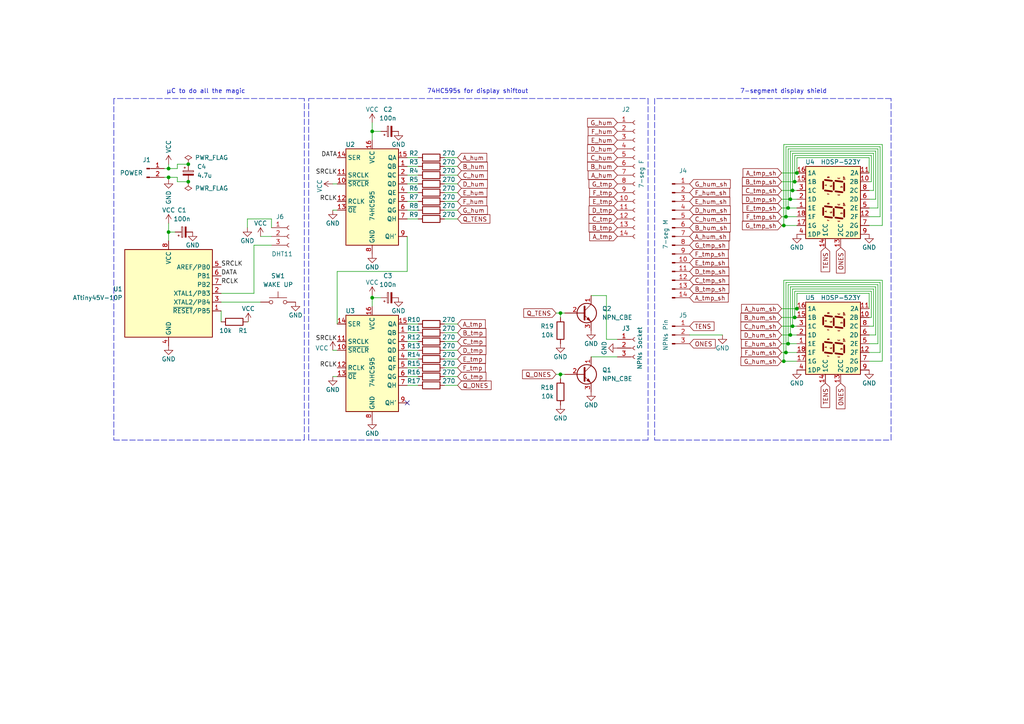
<source format=kicad_sch>
(kicad_sch (version 20211123) (generator eeschema)
  (paper "A4")
  (lib_symbols
    (symbol "74xx:74HC595"
      (property "Reference" "U" (at -7.62 13.97 0))
      (property "Value" "74HC595" (at -7.62 -16.51 0))
      (symbol "74HC595_1_0"
        (pin tri_state line (at 10.16 7.62 180) (length 2.54) (name "QB") (number "1"))
        (pin input line (at -10.16 2.54 0) (length 2.54) (name "~{SRCLR}") (number "10"))
        (pin input line (at -10.16 5.08 0) (length 2.54) (name "SRCLK") (number "11"))
        (pin input line (at -10.16 -2.54 0) (length 2.54) (name "RCLK") (number "12"))
        (pin input line (at -10.16 -5.08 0) (length 2.54) (name "~{OE}") (number "13"))
        (pin input line (at -10.16 10.16 0) (length 2.54) (name "SER") (number "14"))
        (pin tri_state line (at 10.16 10.16 180) (length 2.54) (name "QA") (number "15"))
        (pin power_in line (at 0 15.24 270) (length 2.54) (name "VCC") (number "16"))
        (pin tri_state line (at 10.16 5.08 180) (length 2.54) (name "QC") (number "2"))
        (pin tri_state line (at 10.16 2.54 180) (length 2.54) (name "QD") (number "3"))
        (pin tri_state line (at 10.16 0 180) (length 2.54) (name "QE") (number "4"))
        (pin tri_state line (at 10.16 -2.54 180) (length 2.54) (name "QF") (number "5"))
        (pin tri_state line (at 10.16 -5.08 180) (length 2.54) (name "QG") (number "6"))
        (pin tri_state line (at 10.16 -7.62 180) (length 2.54) (name "QH") (number "7"))
        (pin power_in line (at 0 -17.78 90) (length 2.54) (name "GND") (number "8"))
        (pin output line (at 10.16 -12.7 180) (length 2.54) (name "QH'") (number "9"))
      )
      (symbol "74HC595_1_1"
        (rectangle (start -7.62 12.7) (end 7.62 -15.24) (stroke (width 0.254)) (fill (type background)))
      )
    )
    (symbol "Connector:Conn_01x02_Male" (pin_names (offset 1.016) hide)
      (property "Reference" "J" (at 0 2.54 0))
      (property "Value" "Conn_01x02_Male" (at 0 -5.08 0))
      (symbol "Conn_01x02_Male_1_1"
        (polyline (pts (xy 1.27 -2.54) (xy 0.8636 -2.54)) (stroke (width 0.1524)))
        (polyline (pts (xy 1.27 0) (xy 0.8636 0)) (stroke (width 0.1524)))
        (rectangle (start 0.8636 -2.413) (end 0 -2.667) (stroke (width 0.1524)) (fill (type outline)))
        (rectangle (start 0.8636 0.127) (end 0 -0.127) (stroke (width 0.1524)) (fill (type outline)))
        (pin passive line (at 5.08 0 180) (length 3.81) (name "Pin_1") (number "1"))
        (pin passive line (at 5.08 -2.54 180) (length 3.81) (name "Pin_2") (number "2"))
      )
    )
    (symbol "Connector:Conn_01x03_Female" (pin_names (offset 1.016) hide)
      (property "Reference" "J" (at 0 5.08 0))
      (property "Value" "Conn_01x03_Female" (at 0 -5.08 0))
      (symbol "Conn_01x03_Female_1_1"
        (arc (start 0 -2.032) (mid -0.508 -2.54) (end 0 -3.048) (stroke (width 0.1524)))
        (polyline (pts (xy -1.27 -2.54) (xy -0.508 -2.54)) (stroke (width 0.1524)))
        (polyline (pts (xy -1.27 0) (xy -0.508 0)) (stroke (width 0.1524)))
        (polyline (pts (xy -1.27 2.54) (xy -0.508 2.54)) (stroke (width 0.1524)))
        (arc (start 0 0.508) (mid -0.508 0) (end 0 -0.508) (stroke (width 0.1524)))
        (arc (start 0 3.048) (mid -0.508 2.54) (end 0 2.032) (stroke (width 0.1524)))
        (pin passive line (at -5.08 2.54 0) (length 3.81) (name "Pin_1") (number "1"))
        (pin passive line (at -5.08 0 0) (length 3.81) (name "Pin_2") (number "2"))
        (pin passive line (at -5.08 -2.54 0) (length 3.81) (name "Pin_3") (number "3"))
      )
    )
    (symbol "Connector:Conn_01x03_Male" (pin_names (offset 1.016) hide)
      (property "Reference" "J" (at 0 5.08 0))
      (property "Value" "Conn_01x03_Male" (at 0 -5.08 0))
      (symbol "Conn_01x03_Male_1_1"
        (polyline (pts (xy 1.27 -2.54) (xy 0.8636 -2.54)) (stroke (width 0.1524)))
        (polyline (pts (xy 1.27 0) (xy 0.8636 0)) (stroke (width 0.1524)))
        (polyline (pts (xy 1.27 2.54) (xy 0.8636 2.54)) (stroke (width 0.1524)))
        (rectangle (start 0.8636 -2.413) (end 0 -2.667) (stroke (width 0.1524)) (fill (type outline)))
        (rectangle (start 0.8636 0.127) (end 0 -0.127) (stroke (width 0.1524)) (fill (type outline)))
        (rectangle (start 0.8636 2.667) (end 0 2.413) (stroke (width 0.1524)) (fill (type outline)))
        (pin passive line (at 5.08 2.54 180) (length 3.81) (name "Pin_1") (number "1"))
        (pin passive line (at 5.08 0 180) (length 3.81) (name "Pin_2") (number "2"))
        (pin passive line (at 5.08 -2.54 180) (length 3.81) (name "Pin_3") (number "3"))
      )
    )
    (symbol "Connector:Conn_01x14_Female" (pin_names (offset 1.016) hide)
      (property "Reference" "J" (at 0 17.78 0))
      (property "Value" "Conn_01x14_Female" (at 0 -20.32 0))
      (symbol "Conn_01x14_Female_1_1"
        (arc (start 0 -17.272) (mid -0.508 -17.78) (end 0 -18.288) (stroke (width 0.1524)))
        (arc (start 0 -14.732) (mid -0.508 -15.24) (end 0 -15.748) (stroke (width 0.1524)))
        (arc (start 0 -12.192) (mid -0.508 -12.7) (end 0 -13.208) (stroke (width 0.1524)))
        (arc (start 0 -9.652) (mid -0.508 -10.16) (end 0 -10.668) (stroke (width 0.1524)))
        (arc (start 0 -7.112) (mid -0.508 -7.62) (end 0 -8.128) (stroke (width 0.1524)))
        (arc (start 0 -4.572) (mid -0.508 -5.08) (end 0 -5.588) (stroke (width 0.1524)))
        (arc (start 0 -2.032) (mid -0.508 -2.54) (end 0 -3.048) (stroke (width 0.1524)))
        (polyline (pts (xy -1.27 -17.78) (xy -0.508 -17.78)) (stroke (width 0.1524)))
        (polyline (pts (xy -1.27 -15.24) (xy -0.508 -15.24)) (stroke (width 0.1524)))
        (polyline (pts (xy -1.27 -12.7) (xy -0.508 -12.7)) (stroke (width 0.1524)))
        (polyline (pts (xy -1.27 -10.16) (xy -0.508 -10.16)) (stroke (width 0.1524)))
        (polyline (pts (xy -1.27 -7.62) (xy -0.508 -7.62)) (stroke (width 0.1524)))
        (polyline (pts (xy -1.27 -5.08) (xy -0.508 -5.08)) (stroke (width 0.1524)))
        (polyline (pts (xy -1.27 -2.54) (xy -0.508 -2.54)) (stroke (width 0.1524)))
        (polyline (pts (xy -1.27 0) (xy -0.508 0)) (stroke (width 0.1524)))
        (polyline (pts (xy -1.27 2.54) (xy -0.508 2.54)) (stroke (width 0.1524)))
        (polyline (pts (xy -1.27 5.08) (xy -0.508 5.08)) (stroke (width 0.1524)))
        (polyline (pts (xy -1.27 7.62) (xy -0.508 7.62)) (stroke (width 0.1524)))
        (polyline (pts (xy -1.27 10.16) (xy -0.508 10.16)) (stroke (width 0.1524)))
        (polyline (pts (xy -1.27 12.7) (xy -0.508 12.7)) (stroke (width 0.1524)))
        (polyline (pts (xy -1.27 15.24) (xy -0.508 15.24)) (stroke (width 0.1524)))
        (arc (start 0 0.508) (mid -0.508 0) (end 0 -0.508) (stroke (width 0.1524)))
        (arc (start 0 3.048) (mid -0.508 2.54) (end 0 2.032) (stroke (width 0.1524)))
        (arc (start 0 5.588) (mid -0.508 5.08) (end 0 4.572) (stroke (width 0.1524)))
        (arc (start 0 8.128) (mid -0.508 7.62) (end 0 7.112) (stroke (width 0.1524)))
        (arc (start 0 10.668) (mid -0.508 10.16) (end 0 9.652) (stroke (width 0.1524)))
        (arc (start 0 13.208) (mid -0.508 12.7) (end 0 12.192) (stroke (width 0.1524)))
        (arc (start 0 15.748) (mid -0.508 15.24) (end 0 14.732) (stroke (width 0.1524)))
        (pin passive line (at -5.08 15.24 0) (length 3.81) (name "Pin_1") (number "1"))
        (pin passive line (at -5.08 -7.62 0) (length 3.81) (name "Pin_10") (number "10"))
        (pin passive line (at -5.08 -10.16 0) (length 3.81) (name "Pin_11") (number "11"))
        (pin passive line (at -5.08 -12.7 0) (length 3.81) (name "Pin_12") (number "12"))
        (pin passive line (at -5.08 -15.24 0) (length 3.81) (name "Pin_13") (number "13"))
        (pin passive line (at -5.08 -17.78 0) (length 3.81) (name "Pin_14") (number "14"))
        (pin passive line (at -5.08 12.7 0) (length 3.81) (name "Pin_2") (number "2"))
        (pin passive line (at -5.08 10.16 0) (length 3.81) (name "Pin_3") (number "3"))
        (pin passive line (at -5.08 7.62 0) (length 3.81) (name "Pin_4") (number "4"))
        (pin passive line (at -5.08 5.08 0) (length 3.81) (name "Pin_5") (number "5"))
        (pin passive line (at -5.08 2.54 0) (length 3.81) (name "Pin_6") (number "6"))
        (pin passive line (at -5.08 0 0) (length 3.81) (name "Pin_7") (number "7"))
        (pin passive line (at -5.08 -2.54 0) (length 3.81) (name "Pin_8") (number "8"))
        (pin passive line (at -5.08 -5.08 0) (length 3.81) (name "Pin_9") (number "9"))
      )
    )
    (symbol "Connector:Conn_01x14_Male" (pin_names (offset 1.016) hide)
      (property "Reference" "J" (at 0 17.78 0))
      (property "Value" "Conn_01x14_Male" (at 0 -20.32 0))
      (symbol "Conn_01x14_Male_1_1"
        (polyline (pts (xy 1.27 -17.78) (xy 0.8636 -17.78)) (stroke (width 0.1524)))
        (polyline (pts (xy 1.27 -15.24) (xy 0.8636 -15.24)) (stroke (width 0.1524)))
        (polyline (pts (xy 1.27 -12.7) (xy 0.8636 -12.7)) (stroke (width 0.1524)))
        (polyline (pts (xy 1.27 -10.16) (xy 0.8636 -10.16)) (stroke (width 0.1524)))
        (polyline (pts (xy 1.27 -7.62) (xy 0.8636 -7.62)) (stroke (width 0.1524)))
        (polyline (pts (xy 1.27 -5.08) (xy 0.8636 -5.08)) (stroke (width 0.1524)))
        (polyline (pts (xy 1.27 -2.54) (xy 0.8636 -2.54)) (stroke (width 0.1524)))
        (polyline (pts (xy 1.27 0) (xy 0.8636 0)) (stroke (width 0.1524)))
        (polyline (pts (xy 1.27 2.54) (xy 0.8636 2.54)) (stroke (width 0.1524)))
        (polyline (pts (xy 1.27 5.08) (xy 0.8636 5.08)) (stroke (width 0.1524)))
        (polyline (pts (xy 1.27 7.62) (xy 0.8636 7.62)) (stroke (width 0.1524)))
        (polyline (pts (xy 1.27 10.16) (xy 0.8636 10.16)) (stroke (width 0.1524)))
        (polyline (pts (xy 1.27 12.7) (xy 0.8636 12.7)) (stroke (width 0.1524)))
        (polyline (pts (xy 1.27 15.24) (xy 0.8636 15.24)) (stroke (width 0.1524)))
        (rectangle (start 0.8636 -17.653) (end 0 -17.907) (stroke (width 0.1524)) (fill (type outline)))
        (rectangle (start 0.8636 -15.113) (end 0 -15.367) (stroke (width 0.1524)) (fill (type outline)))
        (rectangle (start 0.8636 -12.573) (end 0 -12.827) (stroke (width 0.1524)) (fill (type outline)))
        (rectangle (start 0.8636 -10.033) (end 0 -10.287) (stroke (width 0.1524)) (fill (type outline)))
        (rectangle (start 0.8636 -7.493) (end 0 -7.747) (stroke (width 0.1524)) (fill (type outline)))
        (rectangle (start 0.8636 -4.953) (end 0 -5.207) (stroke (width 0.1524)) (fill (type outline)))
        (rectangle (start 0.8636 -2.413) (end 0 -2.667) (stroke (width 0.1524)) (fill (type outline)))
        (rectangle (start 0.8636 0.127) (end 0 -0.127) (stroke (width 0.1524)) (fill (type outline)))
        (rectangle (start 0.8636 2.667) (end 0 2.413) (stroke (width 0.1524)) (fill (type outline)))
        (rectangle (start 0.8636 5.207) (end 0 4.953) (stroke (width 0.1524)) (fill (type outline)))
        (rectangle (start 0.8636 7.747) (end 0 7.493) (stroke (width 0.1524)) (fill (type outline)))
        (rectangle (start 0.8636 10.287) (end 0 10.033) (stroke (width 0.1524)) (fill (type outline)))
        (rectangle (start 0.8636 12.827) (end 0 12.573) (stroke (width 0.1524)) (fill (type outline)))
        (rectangle (start 0.8636 15.367) (end 0 15.113) (stroke (width 0.1524)) (fill (type outline)))
        (pin passive line (at 5.08 15.24 180) (length 3.81) (name "Pin_1") (number "1"))
        (pin passive line (at 5.08 -7.62 180) (length 3.81) (name "Pin_10") (number "10"))
        (pin passive line (at 5.08 -10.16 180) (length 3.81) (name "Pin_11") (number "11"))
        (pin passive line (at 5.08 -12.7 180) (length 3.81) (name "Pin_12") (number "12"))
        (pin passive line (at 5.08 -15.24 180) (length 3.81) (name "Pin_13") (number "13"))
        (pin passive line (at 5.08 -17.78 180) (length 3.81) (name "Pin_14") (number "14"))
        (pin passive line (at 5.08 12.7 180) (length 3.81) (name "Pin_2") (number "2"))
        (pin passive line (at 5.08 10.16 180) (length 3.81) (name "Pin_3") (number "3"))
        (pin passive line (at 5.08 7.62 180) (length 3.81) (name "Pin_4") (number "4"))
        (pin passive line (at 5.08 5.08 180) (length 3.81) (name "Pin_5") (number "5"))
        (pin passive line (at 5.08 2.54 180) (length 3.81) (name "Pin_6") (number "6"))
        (pin passive line (at 5.08 0 180) (length 3.81) (name "Pin_7") (number "7"))
        (pin passive line (at 5.08 -2.54 180) (length 3.81) (name "Pin_8") (number "8"))
        (pin passive line (at 5.08 -5.08 180) (length 3.81) (name "Pin_9") (number "9"))
      )
    )
    (symbol "Device:C_Polarized_Small" (pin_numbers hide) (pin_names (offset 0.254) hide)
      (property "Reference" "C" (at 0.254 1.778 0))
      (property "Value" "C_Polarized_Small" (at 0.254 -2.032 0))
      (symbol "C_Polarized_Small_0_1"
        (rectangle (start -1.524 -0.3048) (end 1.524 -0.6858) (fill (type outline)))
        (rectangle (start -1.524 0.6858) (end 1.524 0.3048))
        (polyline (pts (xy -1.27 1.524) (xy -0.762 1.524)))
        (polyline (pts (xy -1.016 1.27) (xy -1.016 1.778)))
      )
      (symbol "C_Polarized_Small_1_1"
        (pin passive line (at 0 2.54 270) (length 1.8542) (name "~") (number "1"))
        (pin passive line (at 0 -2.54 90) (length 1.8542) (name "~") (number "2"))
      )
    )
    (symbol "Device:Q_NPN_CBE" (pin_names (offset 0) hide)
      (property "Reference" "Q" (at 5.08 1.27 0))
      (property "Value" "Q_NPN_CBE" (at 5.08 -1.27 0))
      (symbol "Q_NPN_CBE_0_1"
        (polyline (pts (xy 0.635 0.635) (xy 2.54 2.54)))
        (polyline (pts (xy 0.635 -0.635) (xy 2.54 -2.54) (xy 2.54 -2.54)))
        (polyline (pts (xy 0.635 1.905) (xy 0.635 -1.905) (xy 0.635 -1.905)) (stroke (width 0.508)))
        (polyline (pts (xy 1.27 -1.778) (xy 1.778 -1.27) (xy 2.286 -2.286) (xy 1.27 -1.778) (xy 1.27 -1.778)) (fill (type outline)))
        (circle (center 1.27 0) (radius 2.8194) (stroke (width 0.254)))
      )
      (symbol "Q_NPN_CBE_1_1"
        (pin passive line (at 2.54 5.08 270) (length 2.54) (name "C") (number "1"))
        (pin input line (at -5.08 0 0) (length 5.715) (name "B") (number "2"))
        (pin passive line (at 2.54 -5.08 90) (length 2.54) (name "E") (number "3"))
      )
    )
    (symbol "Device:R" (pin_numbers hide) (pin_names (offset 0))
      (property "Reference" "R" (at 2.032 0 90))
      (property "Value" "R" (at 0 0 90))
      (symbol "R_0_1"
        (rectangle (start -1.016 -2.54) (end 1.016 2.54) (stroke (width 0.254)))
      )
      (symbol "R_1_1"
        (pin passive line (at 0 3.81 270) (length 1.27) (name "~") (number "1"))
        (pin passive line (at 0 -3.81 90) (length 1.27) (name "~") (number "2"))
      )
    )
    (symbol "MCU_Microchip_ATtiny:ATtiny45V-10P"
      (property "Reference" "U" (at -12.7 13.97 0))
      (property "Value" "ATtiny45V-10P" (at 2.54 -13.97 0))
      (symbol "ATtiny45V-10P_0_1"
        (rectangle (start -12.7 -12.7) (end 12.7 12.7) (stroke (width 0.254)) (fill (type background)))
      )
      (symbol "ATtiny45V-10P_1_1"
        (pin bidirectional line (at 15.24 -5.08 180) (length 2.54) (name "~{RESET}/PB5") (number "1"))
        (pin bidirectional line (at 15.24 0 180) (length 2.54) (name "XTAL1/PB3") (number "2"))
        (pin bidirectional line (at 15.24 -2.54 180) (length 2.54) (name "XTAL2/PB4") (number "3"))
        (pin power_in line (at 0 -15.24 90) (length 2.54) (name "GND") (number "4"))
        (pin bidirectional line (at 15.24 7.62 180) (length 2.54) (name "AREF/PB0") (number "5"))
        (pin bidirectional line (at 15.24 5.08 180) (length 2.54) (name "PB1") (number "6"))
        (pin bidirectional line (at 15.24 2.54 180) (length 2.54) (name "PB2") (number "7"))
        (pin power_in line (at 0 15.24 270) (length 2.54) (name "VCC") (number "8"))
      )
    )
    (symbol "Switch:SW_Push" (pin_numbers hide) (pin_names (offset 1.016) hide)
      (property "Reference" "SW" (at 1.27 2.54 0))
      (property "Value" "SW_Push" (at 0 -1.524 0))
      (symbol "SW_Push_0_1"
        (circle (center -2.032 0) (radius 0.508))
        (polyline (pts (xy 0 1.27) (xy 0 3.048)))
        (polyline (pts (xy 2.54 1.27) (xy -2.54 1.27)))
        (circle (center 2.032 0) (radius 0.508))
        (pin passive line (at -5.08 0 0) (length 2.54) (name "1") (number "1"))
        (pin passive line (at 5.08 0 180) (length 2.54) (name "2") (number "2"))
      )
    )
    (symbol "custom:HDSP-523Y"
      (property "Reference" "U" (at -3.81 13.97 0))
      (property "Value" "HDSP-523Y" (at 6.35 13.97 0))
      (symbol "HDSP-523Y_1_0"
        (text "A" (at 0.762 4.064 900) (effects (font (size 0.508 0.508))))
        (text "B" (at 1.524 6.35 900) (effects (font (size 0.508 0.508))))
        (text "C" (at 4.572 6.096 900) (effects (font (size 0.508 0.508))))
        (text "D" (at 5.334 3.556 900) (effects (font (size 0.508 0.508))))
        (text "DP" (at 6.096 6.096 900) (effects (font (size 0.508 0.508))))
        (text "E" (at 4.572 1.27 900) (effects (font (size 0.508 0.508))))
        (text "F" (at 1.524 1.524 900) (effects (font (size 0.508 0.508))))
        (text "G" (at 2.286 3.81 900) (effects (font (size 0.508 0.508))))
      )
      (symbol "HDSP-523Y_1_1"
        (rectangle (start -5.08 9.525) (end 10.795 -11.43) (stroke (width 0.254)) (fill (type background)))
        (polyline (pts (xy 0 -4.572) (xy 0 -2.54)) (stroke (width 0.508)))
        (polyline (pts (xy 0 3.048) (xy 0 5.08)) (stroke (width 0.508)))
        (polyline (pts (xy 0.508 -5.08) (xy 2.54 -5.334)) (stroke (width 0.508)))
        (polyline (pts (xy 0.508 -2.032) (xy 2.54 -2.286)) (stroke (width 0.508)))
        (polyline (pts (xy 0.508 2.54) (xy 2.54 2.286)) (stroke (width 0.508)))
        (polyline (pts (xy 0.508 5.588) (xy 2.54 5.334)) (stroke (width 0.508)))
        (polyline (pts (xy 3.048 -4.826) (xy 3.048 -2.794)) (stroke (width 0.508)))
        (polyline (pts (xy 3.048 2.794) (xy 3.048 4.826)) (stroke (width 0.508)))
        (polyline (pts (xy 3.556 -5.334) (xy 5.588 -5.588)) (stroke (width 0.508)))
        (polyline (pts (xy 3.556 -2.286) (xy 5.588 -2.54)) (stroke (width 0.508)))
        (polyline (pts (xy 3.556 2.286) (xy 5.588 2.032)) (stroke (width 0.508)))
        (polyline (pts (xy 3.556 5.334) (xy 5.588 5.08)) (stroke (width 0.508)))
        (polyline (pts (xy 6.096 -5.08) (xy 6.096 -3.048)) (stroke (width 0.508)))
        (polyline (pts (xy 6.096 -1.27) (xy 6.096 -1.27)) (stroke (width 0.508)))
        (polyline (pts (xy 6.096 2.54) (xy 6.096 4.572)) (stroke (width 0.508)))
        (polyline (pts (xy 6.096 6.35) (xy 6.096 6.35)) (stroke (width 0.508)))
        (text "A" (at 0.762 -3.556 900) (effects (font (size 0.508 0.508))))
        (text "B" (at 1.524 -1.27 900) (effects (font (size 0.508 0.508))))
        (text "C" (at 4.572 -1.524 900) (effects (font (size 0.508 0.508))))
        (text "D" (at 5.334 -4.064 900) (effects (font (size 0.508 0.508))))
        (text "DP" (at 6.096 -1.524 900) (effects (font (size 0.508 0.508))))
        (text "E" (at 4.572 -6.35 900) (effects (font (size 0.508 0.508))))
        (text "F" (at 1.524 -6.096 900) (effects (font (size 0.508 0.508))))
        (text "G" (at 2.286 -3.81 900) (effects (font (size 0.508 0.508))))
        (pin input line (at -7.62 -2.54 0) (length 2.54) (name "1E") (number "1"))
        (pin input line (at 13.335 5.08 180) (length 2.54) (name "2B") (number "10"))
        (pin input line (at 13.335 7.62 180) (length 2.54) (name "2A") (number "11"))
        (pin input line (at 13.335 -5.08 180) (length 2.54) (name "2F") (number "12"))
        (pin input line (at 5.08 -13.97 90) (length 2.54) (name "2CC") (number "13"))
        (pin input line (at 0.635 -13.97 90) (length 2.54) (name "1CC") (number "14"))
        (pin input line (at -7.62 5.08 0) (length 2.54) (name "1B") (number "15"))
        (pin input line (at -7.62 7.62 0) (length 2.54) (name "1A") (number "16"))
        (pin input line (at -7.62 -7.62 0) (length 2.54) (name "1G") (number "17"))
        (pin input line (at -7.62 -5.08 0) (length 2.54) (name "1F") (number "18"))
        (pin input line (at -7.62 0 0) (length 2.54) (name "1D") (number "2"))
        (pin input line (at -7.62 2.54 0) (length 2.54) (name "1C") (number "3"))
        (pin input line (at -7.62 -10.16 0) (length 2.54) (name "1DP") (number "4"))
        (pin input line (at 13.335 -2.54 180) (length 2.54) (name "2E") (number "5"))
        (pin input line (at 13.335 0 180) (length 2.54) (name "2D") (number "6"))
        (pin input line (at 13.335 -7.62 180) (length 2.54) (name "2G") (number "7"))
        (pin input line (at 13.335 2.54 180) (length 2.54) (name "2C") (number "8"))
        (pin input line (at 13.335 -10.16 180) (length 2.54) (name "2DP") (number "9"))
      )
    )
    (symbol "power:GND" (power) (pin_names (offset 0))
      (property "Value" "GND" (at 0 -3.81 0))
      (symbol "GND_0_1"
        (polyline (pts (xy 0 0) (xy 0 -1.27) (xy 1.27 -1.27) (xy 0 -2.54) (xy -1.27 -1.27) (xy 0 -1.27)))
      )
      (symbol "GND_1_1"
        (pin power_in line (at 0 0 270) (length 0) hide (name "GND") (number "1"))
      )
    )
    (symbol "power:PWR_FLAG" (power) (pin_numbers hide) (pin_names (offset 0) hide)
      (property "Value" "PWR_FLAG" (at 0 3.81 0))
      (symbol "PWR_FLAG_0_0"
        (pin power_out line (at 0 0 90) (length 0) (name "pwr") (number "1"))
      )
      (symbol "PWR_FLAG_0_1"
        (polyline (pts (xy 0 0) (xy 0 1.27) (xy -1.016 1.905) (xy 0 2.54) (xy 1.016 1.905) (xy 0 1.27)))
      )
    )
    (symbol "power:VCC" (power) (pin_names (offset 0))
      (property "Value" "VCC" (at 0 3.81 0))
      (symbol "VCC_0_1"
        (polyline (pts (xy -0.762 1.27) (xy 0 2.54)))
        (polyline (pts (xy 0 0) (xy 0 2.54)))
        (polyline (pts (xy 0 2.54) (xy 0.762 1.27)))
      )
      (symbol "VCC_1_1"
        (pin power_in line (at 0 0 90) (length 0) hide (name "VCC") (number "1"))
      )
    )
  )
  (junction (at 229.87 94.615))
  (junction (at 48.895 48.895))
  (junction (at 54.61 52.705))
  (junction (at 229.235 57.785))
  (junction (at 162.56 108.585))
  (junction (at 107.95 38.1))
  (junction (at 229.235 97.155))
  (junction (at 230.505 52.705))
  (junction (at 228.6 99.695))
  (junction (at 229.87 55.245))
  (junction (at 231.14 89.535))
  (junction (at 227.33 65.405))
  (junction (at 228.6 60.325))
  (junction (at 227.965 62.865))
  (junction (at 231.14 50.165))
  (junction (at 48.895 51.435))
  (junction (at 227.33 104.775))
  (junction (at 54.61 47.625))
  (junction (at 162.56 90.805))
  (junction (at 48.895 67.31))
  (junction (at 227.965 102.235))
  (junction (at 230.505 92.075))
  (junction (at 107.95 86.36))
  (no_connect (at 118.11 116.84))
  (wire (pts (xy 254 57.785) (xy 254 43.815)))
  (wire (pts (xy 226.695 97.155) (xy 229.235 97.155)))
  (wire (pts (xy 48.895 51.435) (xy 48.895 52.07)))
  (wire (pts (xy 118.11 101.6) (xy 121.285 101.6)))
  (wire (pts (xy 254.635 99.695) (xy 252.095 99.695)))
  (wire (pts (xy 231.14 52.705) (xy 230.505 52.705)))
  (wire (pts (xy 48.895 47.625) (xy 48.895 48.895)))
  (wire (pts (xy 71.755 93.345) (xy 72.009 93.345)))
  (polyline (pts (xy 258.445 127.635) (xy 258.445 28.575)))
  (wire (pts (xy 128.905 48.26) (xy 132.715 48.26)))
  (polyline (pts (xy 33.02 28.575) (xy 33.02 127.635)))
  (wire (pts (xy 252.095 97.155) (xy 254 97.155)))
  (wire (pts (xy 227.965 42.545) (xy 255.27 42.545)))
  (polyline (pts (xy 189.865 28.575) (xy 189.865 127.635)))
  (polyline (pts (xy 189.865 127.635) (xy 258.445 127.635)))
  (wire (pts (xy 229.235 57.785) (xy 231.14 57.785)))
  (wire (pts (xy 255.905 65.405) (xy 252.095 65.405)))
  (wire (pts (xy 231.14 99.695) (xy 228.6 99.695)))
  (wire (pts (xy 230.505 52.705) (xy 230.505 45.085)))
  (wire (pts (xy 255.905 104.775) (xy 252.095 104.775)))
  (wire (pts (xy 96.52 101.6) (xy 97.79 101.6)))
  (wire (pts (xy 97.79 60.96) (xy 96.52 60.96)))
  (wire (pts (xy 253.365 94.615) (xy 252.095 94.615)))
  (wire (pts (xy 231.14 55.245) (xy 229.87 55.245)))
  (wire (pts (xy 118.11 93.98) (xy 121.285 93.98)))
  (wire (pts (xy 229.87 83.82) (xy 229.87 94.615)))
  (wire (pts (xy 107.95 86.36) (xy 107.95 85.725)))
  (wire (pts (xy 226.695 89.535) (xy 231.14 89.535)))
  (wire (pts (xy 118.11 45.72) (xy 121.285 45.72)))
  (wire (pts (xy 128.905 55.88) (xy 132.715 55.88)))
  (wire (pts (xy 229.235 83.185) (xy 254 83.185)))
  (wire (pts (xy 48.895 51.435) (xy 51.435 51.435)))
  (wire (pts (xy 229.87 44.45) (xy 253.365 44.45)))
  (polyline (pts (xy 88.265 28.575) (xy 33.02 28.575)))
  (polyline (pts (xy 258.445 28.575) (xy 189.865 28.575)))
  (wire (pts (xy 227.33 41.91) (xy 255.905 41.91)))
  (wire (pts (xy 230.505 84.455) (xy 252.73 84.455)))
  (wire (pts (xy 110.49 86.36) (xy 107.95 86.36)))
  (wire (pts (xy 255.27 102.235) (xy 255.27 81.915)))
  (wire (pts (xy 229.87 55.245) (xy 229.87 44.45)))
  (wire (pts (xy 226.695 99.695) (xy 228.6 99.695)))
  (wire (pts (xy 254 97.155) (xy 254 83.185)))
  (wire (pts (xy 97.79 78.74) (xy 97.79 93.98)))
  (wire (pts (xy 226.695 60.325) (xy 228.6 60.325)))
  (wire (pts (xy 128.905 58.42) (xy 132.715 58.42)))
  (wire (pts (xy 128.905 106.68) (xy 132.715 106.68)))
  (wire (pts (xy 231.14 94.615) (xy 229.87 94.615)))
  (wire (pts (xy 162.56 92.075) (xy 162.56 90.805)))
  (wire (pts (xy 252.095 57.785) (xy 254 57.785)))
  (wire (pts (xy 96.52 109.22) (xy 97.79 109.22)))
  (wire (pts (xy 228.6 60.325) (xy 228.6 43.18)))
  (wire (pts (xy 71.755 66.04) (xy 71.755 63.5)))
  (wire (pts (xy 107.95 88.9) (xy 107.95 86.36)))
  (wire (pts (xy 227.965 81.915) (xy 227.965 102.235)))
  (wire (pts (xy 118.11 55.88) (xy 121.285 55.88)))
  (wire (pts (xy 161.29 108.585) (xy 162.56 108.585)))
  (wire (pts (xy 48.895 64.77) (xy 48.895 67.31)))
  (wire (pts (xy 226.695 102.235) (xy 227.965 102.235)))
  (wire (pts (xy 228.6 43.18) (xy 254.635 43.18)))
  (wire (pts (xy 226.695 104.775) (xy 227.33 104.775)))
  (wire (pts (xy 209.55 97.155) (xy 200.025 97.155)))
  (wire (pts (xy 51.435 47.625) (xy 54.61 47.625)))
  (wire (pts (xy 231.14 65.405) (xy 227.33 65.405)))
  (wire (pts (xy 118.11 63.5) (xy 121.285 63.5)))
  (wire (pts (xy 118.11 111.76) (xy 121.285 111.76)))
  (wire (pts (xy 73.66 71.12) (xy 73.66 85.09)))
  (wire (pts (xy 118.11 50.8) (xy 121.285 50.8)))
  (polyline (pts (xy 33.02 127.635) (xy 88.265 127.635)))
  (polyline (pts (xy 89.535 28.575) (xy 187.96 28.575)))
  (wire (pts (xy 128.905 111.76) (xy 132.715 111.76)))
  (wire (pts (xy 162.56 90.805) (xy 163.83 90.805)))
  (wire (pts (xy 228.6 82.55) (xy 228.6 99.695)))
  (wire (pts (xy 227.33 104.775) (xy 227.33 81.28)))
  (wire (pts (xy 254.635 43.18) (xy 254.635 60.325)))
  (wire (pts (xy 118.11 53.34) (xy 121.285 53.34)))
  (wire (pts (xy 75.565 68.58) (xy 78.74 68.58)))
  (wire (pts (xy 78.74 66.04) (xy 78.74 63.5)))
  (wire (pts (xy 64.135 87.63) (xy 75.565 87.63)))
  (wire (pts (xy 231.14 50.165) (xy 231.14 45.72)))
  (wire (pts (xy 171.45 85.725) (xy 175.895 85.725)))
  (wire (pts (xy 227.33 65.405) (xy 227.33 41.91)))
  (wire (pts (xy 118.11 78.74) (xy 97.79 78.74)))
  (wire (pts (xy 51.435 51.435) (xy 51.435 52.705)))
  (wire (pts (xy 73.66 71.12) (xy 78.74 71.12)))
  (wire (pts (xy 229.235 83.185) (xy 229.235 97.155)))
  (wire (pts (xy 175.895 85.725) (xy 175.895 98.425)))
  (wire (pts (xy 253.365 44.45) (xy 253.365 55.245)))
  (wire (pts (xy 252.095 62.865) (xy 255.27 62.865)))
  (wire (pts (xy 175.895 98.425) (xy 179.07 98.425)))
  (wire (pts (xy 226.695 52.705) (xy 230.505 52.705)))
  (wire (pts (xy 230.505 92.075) (xy 230.505 84.455)))
  (wire (pts (xy 118.11 106.68) (xy 121.285 106.68)))
  (wire (pts (xy 231.14 89.535) (xy 231.14 85.09)))
  (wire (pts (xy 255.905 81.28) (xy 255.905 104.775)))
  (wire (pts (xy 64.135 90.17) (xy 64.135 93.345)))
  (wire (pts (xy 107.95 38.1) (xy 107.95 35.56)))
  (wire (pts (xy 51.435 52.705) (xy 54.61 52.705)))
  (wire (pts (xy 128.905 104.14) (xy 132.715 104.14)))
  (wire (pts (xy 118.11 96.52) (xy 121.285 96.52)))
  (wire (pts (xy 161.29 90.805) (xy 162.56 90.805)))
  (wire (pts (xy 97.79 53.34) (xy 96.52 53.34)))
  (wire (pts (xy 252.095 45.72) (xy 252.095 50.165)))
  (wire (pts (xy 252.73 52.705) (xy 252.095 52.705)))
  (wire (pts (xy 128.905 50.8) (xy 132.715 50.8)))
  (wire (pts (xy 121.285 99.06) (xy 118.11 99.06)))
  (wire (pts (xy 231.14 45.72) (xy 252.095 45.72)))
  (wire (pts (xy 226.695 57.785) (xy 229.235 57.785)))
  (wire (pts (xy 255.905 41.91) (xy 255.905 65.405)))
  (wire (pts (xy 226.695 62.865) (xy 227.965 62.865)))
  (wire (pts (xy 128.905 93.98) (xy 132.715 93.98)))
  (wire (pts (xy 231.14 92.075) (xy 230.505 92.075)))
  (wire (pts (xy 253.365 83.82) (xy 253.365 94.615)))
  (wire (pts (xy 226.695 94.615) (xy 229.87 94.615)))
  (wire (pts (xy 162.56 108.585) (xy 163.83 108.585)))
  (wire (pts (xy 254.635 82.55) (xy 254.635 99.695)))
  (wire (pts (xy 128.905 101.6) (xy 132.715 101.6)))
  (wire (pts (xy 47.625 51.435) (xy 48.895 51.435)))
  (wire (pts (xy 121.285 109.22) (xy 118.11 109.22)))
  (wire (pts (xy 118.11 60.96) (xy 121.285 60.96)))
  (wire (pts (xy 253.365 55.245) (xy 252.095 55.245)))
  (wire (pts (xy 230.505 45.085) (xy 252.73 45.085)))
  (wire (pts (xy 226.695 65.405) (xy 227.33 65.405)))
  (polyline (pts (xy 187.96 28.575) (xy 187.96 127.635)))
  (wire (pts (xy 226.695 55.245) (xy 229.87 55.245)))
  (wire (pts (xy 110.49 38.1) (xy 107.95 38.1)))
  (wire (pts (xy 118.11 68.58) (xy 118.11 78.74)))
  (wire (pts (xy 252.73 92.075) (xy 252.095 92.075)))
  (wire (pts (xy 254.635 60.325) (xy 252.095 60.325)))
  (wire (pts (xy 229.235 97.155) (xy 231.14 97.155)))
  (wire (pts (xy 50.8 67.31) (xy 48.895 67.31)))
  (wire (pts (xy 162.56 109.855) (xy 162.56 108.585)))
  (wire (pts (xy 255.27 62.865) (xy 255.27 42.545)))
  (wire (pts (xy 51.435 48.895) (xy 51.435 47.625)))
  (wire (pts (xy 226.695 50.165) (xy 231.14 50.165)))
  (wire (pts (xy 227.33 81.28) (xy 255.905 81.28)))
  (wire (pts (xy 128.905 60.96) (xy 132.715 60.96)))
  (wire (pts (xy 128.905 109.22) (xy 132.715 109.22)))
  (wire (pts (xy 252.095 85.09) (xy 252.095 89.535)))
  (wire (pts (xy 227.965 42.545) (xy 227.965 62.865)))
  (wire (pts (xy 226.695 92.075) (xy 230.505 92.075)))
  (wire (pts (xy 231.14 85.09) (xy 252.095 85.09)))
  (wire (pts (xy 252.095 102.235) (xy 255.27 102.235)))
  (wire (pts (xy 227.965 81.915) (xy 255.27 81.915)))
  (wire (pts (xy 73.66 85.09) (xy 64.135 85.09)))
  (wire (pts (xy 252.73 45.085) (xy 252.73 52.705)))
  (wire (pts (xy 48.895 67.31) (xy 48.895 69.85)))
  (wire (pts (xy 121.285 104.14) (xy 118.11 104.14)))
  (wire (pts (xy 227.965 102.235) (xy 231.14 102.235)))
  (wire (pts (xy 171.45 103.505) (xy 179.07 103.505)))
  (wire (pts (xy 71.755 63.5) (xy 78.74 63.5)))
  (wire (pts (xy 107.95 40.64) (xy 107.95 38.1)))
  (wire (pts (xy 231.14 60.325) (xy 228.6 60.325)))
  (wire (pts (xy 128.905 96.52) (xy 132.715 96.52)))
  (wire (pts (xy 128.905 45.72) (xy 132.715 45.72)))
  (wire (pts (xy 231.14 104.775) (xy 227.33 104.775)))
  (wire (pts (xy 118.11 58.42) (xy 121.285 58.42)))
  (polyline (pts (xy 88.265 127.635) (xy 88.265 28.575)))
  (wire (pts (xy 229.87 83.82) (xy 253.365 83.82)))
  (wire (pts (xy 118.11 48.26) (xy 121.285 48.26)))
  (wire (pts (xy 48.895 48.895) (xy 51.435 48.895)))
  (wire (pts (xy 128.905 99.06) (xy 132.715 99.06)))
  (wire (pts (xy 128.905 63.5) (xy 132.715 63.5)))
  (wire (pts (xy 128.905 53.34) (xy 132.715 53.34)))
  (wire (pts (xy 229.235 43.815) (xy 254 43.815)))
  (polyline (pts (xy 89.535 127.635) (xy 89.535 28.575)))
  (polyline (pts (xy 187.96 127.635) (xy 89.535 127.635)))
  (wire (pts (xy 228.6 82.55) (xy 254.635 82.55)))
  (wire (pts (xy 229.235 43.815) (xy 229.235 57.785)))
  (wire (pts (xy 252.73 84.455) (xy 252.73 92.075)))
  (wire (pts (xy 227.965 62.865) (xy 231.14 62.865)))
  (wire (pts (xy 47.625 48.895) (xy 48.895 48.895)))
  (text "7-segment display shield" (at 214.63 27.305 0) (effects (font (size 1.27 1.27)) (justify left bottom)))
  (text "74HC595s for display shiftout" (at 123.825 27.305 0) (effects (font (size 1.27 1.27)) (justify left bottom)))
  (text "µC to do all the magic" (at 48.26 27.305 0) (effects (font (size 1.27 1.27)) (justify left bottom)))
  (label "RCLK" (at 97.79 106.68 180))
  (label "DATA" (at 64.135 80.01 0))
  (label "SRCLK" (at 97.79 99.06 180))
  (label "SRCLK" (at 64.135 77.47 0))
  (label "RCLK" (at 64.135 82.55 0))
  (label "DATA" (at 97.79 45.72 180))
  (label "SRCLK" (at 97.79 50.8 180))
  (label "RCLK" (at 97.79 58.42 180))
  (global_label "E_hum" (shape input) (at 132.715 55.88 0) (property "Intersheet References" "${INTERSHEET_REFS}" (effects hide)))
  (global_label "D_tmp_sh" (shape input) (at 226.695 57.785 180) (property "Intersheet References" "${INTERSHEET_REFS}" (effects hide)))
  (global_label "E_tmp" (shape input) (at 179.07 58.42 180) (property "Intersheet References" "${INTERSHEET_REFS}" (effects hide)))
  (global_label "ONES" (shape input) (at 200.025 99.695 0) (property "Intersheet References" "${INTERSHEET_REFS}" (effects hide)))
  (global_label "E_tmp" (shape input) (at 132.715 104.14 0) (property "Intersheet References" "${INTERSHEET_REFS}" (effects hide)))
  (global_label "D_hum" (shape input) (at 132.715 53.34 0) (property "Intersheet References" "${INTERSHEET_REFS}" (effects hide)))
  (global_label "ONES" (shape input) (at 243.84 71.755 270) (property "Intersheet References" "${INTERSHEET_REFS}" (effects hide)))
  (global_label "C_tmp" (shape input) (at 132.715 99.06 0) (property "Intersheet References" "${INTERSHEET_REFS}" (effects hide)))
  (global_label "G_tmp" (shape input) (at 132.715 109.22 0) (property "Intersheet References" "${INTERSHEET_REFS}" (effects hide)))
  (global_label "D_tmp_sh" (shape input) (at 200.025 78.74 0) (property "Intersheet References" "${INTERSHEET_REFS}" (effects hide)))
  (global_label "TENS" (shape input) (at 200.025 94.615 0) (property "Intersheet References" "${INTERSHEET_REFS}" (effects hide)))
  (global_label "D_tmp" (shape input) (at 179.07 60.96 180) (property "Intersheet References" "${INTERSHEET_REFS}" (effects hide)))
  (global_label "F_hum" (shape input) (at 179.07 38.1 180) (property "Intersheet References" "${INTERSHEET_REFS}" (effects hide)))
  (global_label "A_tmp" (shape input) (at 179.07 68.58 180) (property "Intersheet References" "${INTERSHEET_REFS}" (effects hide)))
  (global_label "G_hum" (shape input) (at 179.07 35.56 180) (property "Intersheet References" "${INTERSHEET_REFS}" (effects hide)))
  (global_label "A_tmp_sh" (shape input) (at 226.695 50.165 180) (property "Intersheet References" "${INTERSHEET_REFS}" (effects hide)))
  (global_label "A_hum_sh" (shape input) (at 226.695 89.535 180) (property "Intersheet References" "${INTERSHEET_REFS}" (effects hide)))
  (global_label "E_hum_sh" (shape input) (at 226.695 99.695 180) (property "Intersheet References" "${INTERSHEET_REFS}" (effects hide)))
  (global_label "F_hum_sh" (shape input) (at 200.025 55.88 0) (property "Intersheet References" "${INTERSHEET_REFS}" (effects hide)))
  (global_label "C_tmp_sh" (shape input) (at 200.025 81.28 0) (property "Intersheet References" "${INTERSHEET_REFS}" (effects hide)))
  (global_label "B_tmp_sh" (shape input) (at 226.695 52.705 180) (property "Intersheet References" "${INTERSHEET_REFS}" (effects hide)))
  (global_label "TENS" (shape input) (at 239.395 111.125 270) (property "Intersheet References" "${INTERSHEET_REFS}" (effects hide)))
  (global_label "F_tmp" (shape input) (at 179.07 55.88 180) (property "Intersheet References" "${INTERSHEET_REFS}" (effects hide)))
  (global_label "C_tmp" (shape input) (at 179.07 63.5 180) (property "Intersheet References" "${INTERSHEET_REFS}" (effects hide)))
  (global_label "B_tmp" (shape input) (at 132.715 96.52 0) (property "Intersheet References" "${INTERSHEET_REFS}" (effects hide)))
  (global_label "A_hum" (shape input) (at 179.07 50.8 180) (property "Intersheet References" "${INTERSHEET_REFS}" (effects hide)))
  (global_label "TENS" (shape input) (at 239.395 71.755 270) (property "Intersheet References" "${INTERSHEET_REFS}" (effects hide)))
  (global_label "E_hum" (shape input) (at 179.07 40.64 180) (property "Intersheet References" "${INTERSHEET_REFS}" (effects hide)))
  (global_label "B_hum_sh" (shape input) (at 200.025 66.04 0) (property "Intersheet References" "${INTERSHEET_REFS}" (effects hide)))
  (global_label "F_hum" (shape input) (at 132.715 58.42 0) (property "Intersheet References" "${INTERSHEET_REFS}" (effects hide)))
  (global_label "F_tmp" (shape input) (at 132.715 106.68 0) (property "Intersheet References" "${INTERSHEET_REFS}" (effects hide)))
  (global_label "B_tmp" (shape input) (at 179.07 66.04 180) (property "Intersheet References" "${INTERSHEET_REFS}" (effects hide)))
  (global_label "G_tmp" (shape input) (at 179.07 53.34 180) (property "Intersheet References" "${INTERSHEET_REFS}" (effects hide)))
  (global_label "D_tmp" (shape input) (at 132.715 101.6 0) (property "Intersheet References" "${INTERSHEET_REFS}" (effects hide)))
  (global_label "E_tmp_sh" (shape input) (at 226.695 60.325 180) (property "Intersheet References" "${INTERSHEET_REFS}" (effects hide)))
  (global_label "C_hum_sh" (shape input) (at 226.695 94.615 180) (property "Intersheet References" "${INTERSHEET_REFS}" (effects hide)))
  (global_label "F_tmp_sh" (shape input) (at 200.025 73.66 0) (property "Intersheet References" "${INTERSHEET_REFS}" (effects hide)))
  (global_label "E_hum_sh" (shape input) (at 200.025 58.42 0) (property "Intersheet References" "${INTERSHEET_REFS}" (effects hide)))
  (global_label "Q_ONES" (shape input) (at 161.29 108.585 180) (property "Intersheet References" "${INTERSHEET_REFS}" (effects hide)))
  (global_label "C_hum" (shape input) (at 179.07 45.72 180) (property "Intersheet References" "${INTERSHEET_REFS}" (effects hide)))
  (global_label "C_tmp_sh" (shape input) (at 226.695 55.245 180) (property "Intersheet References" "${INTERSHEET_REFS}" (effects hide)))
  (global_label "G_hum" (shape input) (at 132.715 60.96 0) (property "Intersheet References" "${INTERSHEET_REFS}" (effects hide)))
  (global_label "G_tmp_sh" (shape input) (at 200.025 71.12 0) (property "Intersheet References" "${INTERSHEET_REFS}" (effects hide)))
  (global_label "A_tmp_sh" (shape input) (at 200.025 86.36 0) (property "Intersheet References" "${INTERSHEET_REFS}" (effects hide)))
  (global_label "C_hum_sh" (shape input) (at 200.025 63.5 0) (property "Intersheet References" "${INTERSHEET_REFS}" (effects hide)))
  (global_label "E_tmp_sh" (shape input) (at 200.025 76.2 0) (property "Intersheet References" "${INTERSHEET_REFS}" (effects hide)))
  (global_label "F_hum_sh" (shape input) (at 226.695 102.235 180) (property "Intersheet References" "${INTERSHEET_REFS}" (effects hide)))
  (global_label "G_hum_sh" (shape input) (at 200.025 53.34 0) (property "Intersheet References" "${INTERSHEET_REFS}" (effects hide)))
  (global_label "B_tmp_sh" (shape input) (at 200.025 83.82 0) (property "Intersheet References" "${INTERSHEET_REFS}" (effects hide)))
  (global_label "B_hum" (shape input) (at 132.715 48.26 0) (property "Intersheet References" "${INTERSHEET_REFS}" (effects hide)))
  (global_label "Q_TENS" (shape input) (at 132.715 63.5 0) (property "Intersheet References" "${INTERSHEET_REFS}" (effects hide)))
  (global_label "B_hum" (shape input) (at 179.07 48.26 180) (property "Intersheet References" "${INTERSHEET_REFS}" (effects hide)))
  (global_label "A_hum_sh" (shape input) (at 200.025 68.58 0) (property "Intersheet References" "${INTERSHEET_REFS}" (effects hide)))
  (global_label "A_hum" (shape input) (at 132.715 45.72 0) (property "Intersheet References" "${INTERSHEET_REFS}" (effects hide)))
  (global_label "A_tmp" (shape input) (at 132.715 93.98 0) (property "Intersheet References" "${INTERSHEET_REFS}" (effects hide)))
  (global_label "Q_ONES" (shape input) (at 132.715 111.76 0) (property "Intersheet References" "${INTERSHEET_REFS}" (effects hide)))
  (global_label "C_hum" (shape input) (at 132.715 50.8 0) (property "Intersheet References" "${INTERSHEET_REFS}" (effects hide)))
  (global_label "B_hum_sh" (shape input) (at 226.695 92.075 180) (property "Intersheet References" "${INTERSHEET_REFS}" (effects hide)))
  (global_label "D_hum_sh" (shape input) (at 200.025 60.96 0) (property "Intersheet References" "${INTERSHEET_REFS}" (effects hide)))
  (global_label "F_tmp_sh" (shape input) (at 226.695 62.865 180) (property "Intersheet References" "${INTERSHEET_REFS}" (effects hide)))
  (global_label "D_hum" (shape input) (at 179.07 43.18 180) (property "Intersheet References" "${INTERSHEET_REFS}" (effects hide)))
  (global_label "D_hum_sh" (shape input) (at 226.695 97.155 180) (property "Intersheet References" "${INTERSHEET_REFS}" (effects hide)))
  (global_label "ONES" (shape input) (at 243.84 111.125 270) (property "Intersheet References" "${INTERSHEET_REFS}" (effects hide)))
  (global_label "G_hum_sh" (shape input) (at 226.695 104.775 180) (property "Intersheet References" "${INTERSHEET_REFS}" (effects hide)))
  (global_label "Q_TENS" (shape input) (at 161.29 90.805 180) (property "Intersheet References" "${INTERSHEET_REFS}" (effects hide)))
  (global_label "G_tmp_sh" (shape input) (at 226.695 65.405 180) (property "Intersheet References" "${INTERSHEET_REFS}" (effects hide)))
  (symbol (lib_id "Device:R") (at 67.945 93.345 270) (unit 1)
    (property "Reference" "R1" (at 70.485 95.885 90))
    (property "Value" "10k" (at 65.405 95.885 90))
    (property "Footprint" "Custom:FakeSMD_R" (effects hide))
  )
  (symbol (lib_id "Switch:SW_Push") (at 80.645 87.63 0) (unit 1)
    (property "Reference" "SW1" (at 80.645 80.01 0))
    (property "Value" "WAKE UP" (at 80.645 82.55 0))
    (property "Footprint" "Custom:FakeSMD_Button" (effects hide))
  )
  (symbol (lib_id "74xx:74HC595") (at 107.95 55.88 0) (unit 1)
    (property "Reference" "U2" (at 101.6 41.91 0))
    (property "Value" "74HC595" (at 107.95 59.69 90))
    (property "Footprint" "Custom:FakeSMD_DIP-16" (effects hide))
    (property "Datasheet" "http://www.ti.com/lit/ds/symlink/sn74hc595.pdf" (effects hide))
  )
  (symbol (lib_id "74xx:74HC595") (at 107.95 104.14 0) (unit 1)
    (property "Reference" "U3" (at 101.6 90.17 0))
    (property "Value" "74HC595" (at 107.95 107.95 90))
    (property "Footprint" "Custom:FakeSMD_DIP-16" (effects hide))
    (property "Datasheet" "http://www.ti.com/lit/ds/symlink/sn74hc595.pdf" (effects hide))
  )
  (symbol (lib_id "Device:Q_NPN_CBE") (at 168.91 108.585 0) (unit 1)
    (property "Reference" "Q1" (at 174.625 107.3149 0) (effects (justify left)))
    (property "Value" "NPN_CBE" (at 174.625 109.8549 0) (effects (justify left)))
    (property "Footprint" "Custom:FakeSMD_TO-92-3" (effects hide))
  )
  (symbol (lib_id "Device:Q_NPN_CBE") (at 168.91 90.805 0) (unit 1)
    (property "Reference" "Q2" (at 174.625 89.5349 0) (effects (justify left)))
    (property "Value" "NPN_CBE" (at 174.625 92.0749 0) (effects (justify left)))
    (property "Footprint" "Custom:FakeSMD_TO-92-3" (effects hide))
  )
  (symbol (lib_id "Device:R") (at 125.095 45.72 270) (unit 1)
    (property "Reference" "R2" (at 120.015 44.45 90))
    (property "Value" "270" (at 130.175 44.45 90))
    (property "Footprint" "Custom:FakeSMD_R" (effects hide))
  )
  (symbol (lib_id "Connector:Conn_01x02_Male") (at 42.545 48.895 0) (unit 1)
    (property "Reference" "J1" (at 42.545 46.355 0))
    (property "Value" "POWER" (at 38.1 50.165 0))
    (property "Footprint" "Connector_PinHeader_2.54mm:PinHeader_1x02_P2.54mm_Vertical" (effects hide))
  )
  (symbol (lib_id "power:PWR_FLAG") (at 54.61 47.625 0) (unit 1)
    (property "Reference" "#FLG01" (effects hide))
    (property "Value" "PWR_FLAG" (at 56.515 45.72 0) (effects (justify left)))
  )
  (symbol (lib_id "power:PWR_FLAG") (at 54.61 52.705 180) (unit 1)
    (property "Reference" "#FLG02" (effects hide))
    (property "Value" "PWR_FLAG" (at 56.515 54.61 0) (effects (justify right)))
  )
  (symbol (lib_id "power:GND") (at 48.895 100.33 0) (unit 1)
    (property "Reference" "#PWR04" (effects hide))
    (property "Value" "GND" (at 48.895 104.14 0))
  )
  (symbol (lib_id "power:VCC") (at 48.895 64.77 0) (unit 1)
    (property "Reference" "#PWR03" (effects hide))
    (property "Value" "VCC" (at 48.895 60.96 0))
  )
  (symbol (lib_id "power:VCC") (at 48.895 47.625 0) (unit 1)
    (property "Reference" "#PWR01" (effects hide))
    (property "Value" "VCC" (at 48.895 44.45 90) (effects (justify left)))
  )
  (symbol (lib_id "power:GND") (at 48.895 52.07 0) (unit 1)
    (property "Reference" "#PWR02" (effects hide))
    (property "Value" "GND" (at 48.895 55.245 90) (effects (justify right)))
  )
  (symbol (lib_id "power:GND") (at 55.88 67.31 0) (unit 1)
    (property "Reference" "#PWR05" (effects hide))
    (property "Value" "GND" (at 55.88 71.12 0))
  )
  (symbol (lib_id "power:VCC") (at 72.009 93.345 0) (unit 1)
    (property "Reference" "#PWR06" (effects hide))
    (property "Value" "VCC" (at 72.009 89.535 0))
  )
  (symbol (lib_id "Device:R") (at 162.56 113.665 180) (unit 1)
    (property "Reference" "R18" (at 160.655 112.3949 0) (effects (justify left)))
    (property "Value" "10k" (at 160.655 114.9349 0) (effects (justify left)))
    (property "Footprint" "Custom:FakeSMD_R" (effects hide))
  )
  (symbol (lib_id "Device:R") (at 162.56 95.885 180) (unit 1)
    (property "Reference" "R19" (at 160.655 94.6149 0) (effects (justify left)))
    (property "Value" "10k" (at 160.655 97.1549 0) (effects (justify left)))
    (property "Footprint" "Custom:FakeSMD_R" (effects hide))
  )
  (symbol (lib_id "power:GND") (at 162.56 117.475 0) (unit 1)
    (property "Reference" "#PWR022" (effects hide))
    (property "Value" "GND" (at 162.56 121.285 0))
  )
  (symbol (lib_id "power:GND") (at 162.56 99.695 0) (unit 1)
    (property "Reference" "#PWR023" (effects hide))
    (property "Value" "GND" (at 162.56 103.505 0))
  )
  (symbol (lib_id "Connector:Conn_01x03_Female") (at 83.82 68.58 0) (unit 1)
    (property "Reference" "J6" (at 80.01 62.865 0) (effects (justify left)))
    (property "Value" "DHT11" (at 78.74 73.66 0) (effects (justify left)))
    (property "Footprint" "Connector_PinHeader_2.54mm:PinHeader_1x03_P2.54mm_Vertical" (effects hide))
  )
  (symbol (lib_id "power:VCC") (at 75.565 68.58 0) (unit 1)
    (property "Reference" "#PWR024" (effects hide))
    (property "Value" "VCC" (at 75.565 64.77 0))
  )
  (symbol (lib_id "power:GND") (at 71.755 66.04 0) (unit 1)
    (property "Reference" "#PWR025" (effects hide))
    (property "Value" "GND" (at 71.755 69.85 0))
  )
  (symbol (lib_id "power:VCC") (at 107.95 35.56 0) (unit 1)
    (property "Reference" "#PWR012" (effects hide))
    (property "Value" "VCC" (at 107.95 31.75 0))
  )
  (symbol (lib_id "power:GND") (at 115.57 38.1 0) (unit 1)
    (property "Reference" "#PWR016" (effects hide))
    (property "Value" "GND" (at 115.57 41.91 0))
  )
  (symbol (lib_id "power:VCC") (at 107.95 85.725 0) (unit 1)
    (property "Reference" "#PWR014" (effects hide))
    (property "Value" "VCC" (at 107.95 81.915 0))
  )
  (symbol (lib_id "power:GND") (at 115.57 86.36 0) (unit 1)
    (property "Reference" "#PWR017" (effects hide))
    (property "Value" "GND" (at 115.57 90.17 0))
  )
  (symbol (lib_id "power:GND") (at 107.95 121.92 0) (unit 1)
    (property "Reference" "#PWR015" (effects hide))
    (property "Value" "GND" (at 107.95 125.73 0))
  )
  (symbol (lib_id "power:GND") (at 107.95 73.66 0) (unit 1)
    (property "Reference" "#PWR013" (effects hide))
    (property "Value" "GND" (at 107.95 77.47 0))
  )
  (symbol (lib_id "power:GND") (at 85.725 87.63 0) (unit 1)
    (property "Reference" "#PWR07" (effects hide))
    (property "Value" "GND" (at 85.725 91.44 0))
  )
  (symbol (lib_id "power:VCC") (at 96.52 53.34 90) (unit 1)
    (property "Reference" "#PWR08" (effects hide))
    (property "Value" "VCC" (at 92.71 55.88 0) (effects (justify left)))
  )
  (symbol (lib_id "power:GND") (at 96.52 109.22 0) (unit 1)
    (property "Reference" "#PWR011" (effects hide))
    (property "Value" "GND" (at 96.52 113.03 0))
  )
  (symbol (lib_id "power:GND") (at 96.52 60.96 0) (unit 1)
    (property "Reference" "#PWR09" (effects hide))
    (property "Value" "GND" (at 96.52 64.77 0))
  )
  (symbol (lib_id "power:VCC") (at 96.52 101.6 0) (unit 1)
    (property "Reference" "#PWR010" (effects hide))
    (property "Value" "VCC" (at 91.44 100.965 0) (effects (justify left)))
  )
  (symbol (lib_id "custom:HDSP-523Y") (at 238.76 57.785 0) (unit 1)
    (property "Reference" "U4" (at 234.95 46.99 0))
    (property "Value" "HDSP-523Y" (at 243.84 46.99 0))
    (property "Footprint" "Custom:HDSP-523Y" (effects hide))
    (property "Datasheet" "https://docs.broadcom.com/docs/AV02-2553EN" (effects hide))
  )
  (symbol (lib_id "Device:R") (at 125.095 48.26 270) (unit 1)
    (property "Reference" "R3" (at 120.015 46.99 90))
    (property "Value" "270" (at 130.175 46.99 90))
    (property "Footprint" "Custom:FakeSMD_R" (effects hide))
  )
  (symbol (lib_id "Device:R") (at 125.095 50.8 270) (unit 1)
    (property "Reference" "R4" (at 120.015 49.53 90))
    (property "Value" "270" (at 130.175 49.53 90))
    (property "Footprint" "Custom:FakeSMD_R" (effects hide))
  )
  (symbol (lib_id "Device:R") (at 125.095 53.34 270) (unit 1)
    (property "Reference" "R5" (at 120.015 52.07 90))
    (property "Value" "270" (at 130.175 52.07 90))
    (property "Footprint" "Custom:FakeSMD_R" (effects hide))
  )
  (symbol (lib_id "Device:R") (at 125.095 55.88 270) (unit 1)
    (property "Reference" "R6" (at 120.015 54.61 90))
    (property "Value" "270" (at 130.175 54.61 90))
    (property "Footprint" "Custom:FakeSMD_R" (effects hide))
  )
  (symbol (lib_id "Device:R") (at 125.095 58.42 270) (unit 1)
    (property "Reference" "R7" (at 120.015 57.15 90))
    (property "Value" "270" (at 130.175 57.15 90))
    (property "Footprint" "Custom:FakeSMD_R" (effects hide))
  )
  (symbol (lib_id "Device:R") (at 125.095 60.96 270) (unit 1)
    (property "Reference" "R8" (at 120.015 59.69 90))
    (property "Value" "270" (at 130.175 59.69 90))
    (property "Footprint" "Custom:FakeSMD_R" (effects hide))
  )
  (symbol (lib_id "Device:R") (at 125.095 63.5 270) (unit 1)
    (property "Reference" "R9" (at 120.015 62.23 90))
    (property "Value" "270" (at 130.175 62.23 90))
    (property "Footprint" "Custom:FakeSMD_R" (effects hide))
  )
  (symbol (lib_id "Device:R") (at 125.095 93.98 270) (unit 1)
    (property "Reference" "R10" (at 120.015 92.71 90))
    (property "Value" "270" (at 130.175 92.71 90))
    (property "Footprint" "Custom:FakeSMD_R" (effects hide))
  )
  (symbol (lib_id "Device:R") (at 125.095 96.52 270) (unit 1)
    (property "Reference" "R11" (at 120.015 95.25 90))
    (property "Value" "270" (at 130.175 95.25 90))
    (property "Footprint" "Custom:FakeSMD_R" (effects hide))
  )
  (symbol (lib_id "Device:R") (at 125.095 99.06 270) (unit 1)
    (property "Reference" "R12" (at 120.015 97.79 90))
    (property "Value" "270" (at 130.175 97.79 90))
    (property "Footprint" "Custom:FakeSMD_R" (effects hide))
  )
  (symbol (lib_id "Device:R") (at 125.095 101.6 270) (unit 1)
    (property "Reference" "R13" (at 120.015 100.33 90))
    (property "Value" "270" (at 130.175 100.33 90))
    (property "Footprint" "Custom:FakeSMD_R" (effects hide))
  )
  (symbol (lib_id "Device:R") (at 125.095 104.14 270) (unit 1)
    (property "Reference" "R14" (at 120.015 102.87 90))
    (property "Value" "270" (at 130.175 102.87 90))
    (property "Footprint" "Custom:FakeSMD_R" (effects hide))
  )
  (symbol (lib_id "Device:R") (at 125.095 106.68 270) (unit 1)
    (property "Reference" "R15" (at 120.015 105.41 90))
    (property "Value" "270" (at 130.175 105.41 90))
    (property "Footprint" "Custom:FakeSMD_R" (effects hide))
  )
  (symbol (lib_id "Device:R") (at 125.095 109.22 270) (unit 1)
    (property "Reference" "R16" (at 120.015 107.95 90))
    (property "Value" "270" (at 130.175 107.95 90))
    (property "Footprint" "Custom:FakeSMD_R" (effects hide))
  )
  (symbol (lib_id "Device:R") (at 125.095 111.76 270) (unit 1)
    (property "Reference" "R17" (at 120.015 110.49 90))
    (property "Value" "270" (at 130.175 110.49 90))
    (property "Footprint" "Custom:FakeSMD_R" (effects hide))
  )
  (symbol (lib_id "power:GND") (at 231.14 67.945 0) (unit 1)
    (property "Reference" "#PWR0102" (effects hide))
    (property "Value" "GND" (at 231.14 71.755 0))
  )
  (symbol (lib_id "power:GND") (at 252.095 67.945 0) (unit 1)
    (property "Reference" "#PWR0101" (effects hide))
    (property "Value" "GND" (at 252.095 71.755 0))
  )
  (symbol (lib_id "custom:HDSP-523Y") (at 238.76 97.155 0) (unit 1)
    (property "Reference" "U5" (at 234.95 86.36 0))
    (property "Value" "HDSP-523Y" (at 243.84 86.36 0))
    (property "Footprint" "Custom:HDSP-523Y" (effects hide))
    (property "Datasheet" "https://docs.broadcom.com/docs/AV02-2553EN" (effects hide))
  )
  (symbol (lib_id "power:GND") (at 231.14 107.315 0) (unit 1)
    (property "Reference" "#PWR0104" (effects hide))
    (property "Value" "GND" (at 231.14 111.125 0))
  )
  (symbol (lib_id "power:GND") (at 252.095 107.315 0) (unit 1)
    (property "Reference" "#PWR0103" (effects hide))
    (property "Value" "GND" (at 252.095 111.125 0))
  )
  (symbol (lib_id "power:GND") (at 171.45 95.885 0) (unit 1)
    (property "Reference" "#PWR021" (effects hide))
    (property "Value" "GND" (at 171.45 99.695 0))
  )
  (symbol (lib_id "power:GND") (at 171.45 113.665 0) (unit 1)
    (property "Reference" "#PWR018" (effects hide))
    (property "Value" "GND" (at 171.45 117.475 0))
  )
  (symbol (lib_id "Connector:Conn_01x03_Female") (at 184.15 100.965 0) (unit 1)
    (property "Reference" "J3" (at 180.34 95.25 0) (effects (justify left)))
    (property "Value" "NPNs Socket" (at 185.547 107.188 90) (effects (justify left)))
    (property "Footprint" "Connector_PinHeader_2.54mm:PinHeader_1x03_P2.54mm_Vertical" (effects hide))
  )
  (symbol (lib_id "Connector:Conn_01x14_Female") (at 184.15 50.8 0) (unit 1)
    (property "Reference" "J2" (at 180.34 31.75 0) (effects (justify left)))
    (property "Value" "7-seg F" (at 186.055 54.61 90) (effects (justify left)))
    (property "Footprint" "Connector_PinHeader_2.54mm:PinHeader_1x14_P2.54mm_Vertical" (effects hide))
  )
  (symbol (lib_id "power:GND") (at 179.07 100.965 270) (unit 1)
    (property "Reference" "#PWR019" (effects hide))
    (property "Value" "GND" (at 175.26 100.965 0))
  )
  (symbol (lib_id "Connector:Conn_01x14_Male") (at 194.945 68.58 0) (unit 1)
    (property "Reference" "J4" (at 198.12 49.53 0))
    (property "Value" "7-seg M" (at 193.04 67.945 90))
    (property "Footprint" "Connector_PinHeader_2.54mm:PinHeader_1x14_P2.54mm_Vertical" (effects hide))
  )
  (symbol (lib_id "Connector:Conn_01x03_Male") (at 194.945 97.155 0) (unit 1)
    (property "Reference" "J5" (at 198.12 91.44 0))
    (property "Value" "NPNs Pin" (at 193.04 97.155 90))
    (property "Footprint" "Connector_PinHeader_2.54mm:PinHeader_1x03_P2.54mm_Vertical" (effects hide))
  )
  (symbol (lib_id "power:GND") (at 209.55 97.155 0) (unit 1)
    (property "Reference" "#PWR020" (effects hide))
    (property "Value" "GND" (at 209.55 100.965 0))
  )
  (symbol (lib_id "Device:C_Polarized_Small") (at 54.61 50.165 0) (unit 1)
    (property "Reference" "C4" (at 57.15 48.3488 0) (effects (justify left)))
    (property "Value" "4.7u" (at 57.15 50.8888 0) (effects (justify left)))
    (property "Footprint" "Custom:FakeSMD_C_Disc" (effects hide))
  )
  (symbol (lib_id "MCU_Microchip_ATtiny:ATtiny45V-10P") (at 48.895 85.09 0) (unit 1)
    (property "Reference" "U1" (at 35.56 83.8199 0) (effects (justify right)))
    (property "Value" "ATtiny45V-10P" (at 35.56 86.3599 0) (effects (justify right)))
    (property "Footprint" "Custom:FakeSMD_DIP-8" (effects hide))
    (property "Datasheet" "http://ww1.microchip.com/downloads/en/DeviceDoc/atmel-2586-avr-8-bit-microcontroller-attiny25-attiny45-attiny85_datasheet.pdf" (effects hide))
  )
  (symbol (lib_id "Device:C_Polarized_Small") (at 113.03 86.36 90) (unit 1)
    (property "Reference" "C3" (at 112.4839 80.01 90))
    (property "Value" "100n" (at 112.4839 82.55 90))
    (property "Footprint" "Custom:FakeSMD_C_Disc" (effects hide))
  )
  (symbol (lib_id "Device:C_Polarized_Small") (at 53.34 67.31 90) (unit 1)
    (property "Reference" "C1" (at 52.7939 60.96 90))
    (property "Value" "100n" (at 52.7939 63.5 90))
    (property "Footprint" "Custom:FakeSMD_C_Disc" (effects hide))
  )
  (symbol (lib_id "Device:C_Polarized_Small") (at 113.03 38.1 90) (unit 1)
    (property "Reference" "C2" (at 112.4839 31.75 90))
    (property "Value" "100n" (at 112.4839 34.29 90))
    (property "Footprint" "Custom:FakeSMD_C_Disc" (effects hide))
  )
)
</source>
